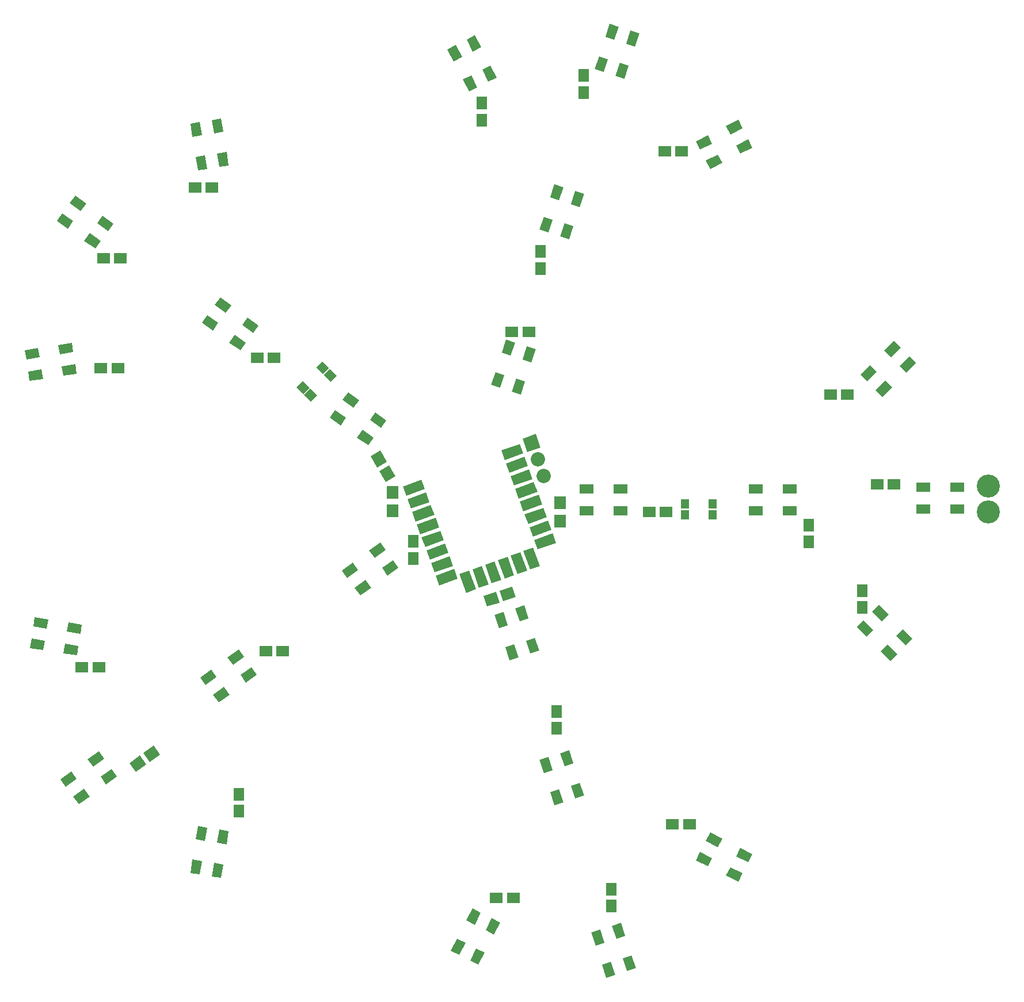
<source format=gts>
G04 #@! TF.FileFunction,Soldermask,Top*
%FSLAX46Y46*%
G04 Gerber Fmt 4.6, Leading zero omitted, Abs format (unit mm)*
G04 Created by KiCad (PCBNEW 4.0.7) date 11/25/17 11:04:04*
%MOMM*%
%LPD*%
G01*
G04 APERTURE LIST*
%ADD10C,0.100000*%
%ADD11C,3.399740*%
%ADD12R,2.000000X1.400000*%
%ADD13R,1.900000X1.650000*%
%ADD14R,1.650000X1.900000*%
%ADD15R,1.700000X1.900000*%
%ADD16R,1.300000X1.400000*%
%ADD17C,2.100000*%
G04 APERTURE END LIST*
D10*
G36*
X139206176Y-104310113D02*
X138693146Y-102900574D01*
X141418254Y-101908715D01*
X141931284Y-103318254D01*
X139206176Y-104310113D01*
X139206176Y-104310113D01*
G37*
G36*
X139890216Y-106189498D02*
X139377186Y-104779959D01*
X142102294Y-103788100D01*
X142615324Y-105197639D01*
X139890216Y-106189498D01*
X139890216Y-106189498D01*
G37*
G36*
X140574257Y-108068883D02*
X140061227Y-106659344D01*
X142786335Y-105667485D01*
X143299365Y-107077024D01*
X140574257Y-108068883D01*
X140574257Y-108068883D01*
G37*
G36*
X141258297Y-109948269D02*
X140745267Y-108538730D01*
X143470375Y-107546871D01*
X143983405Y-108956410D01*
X141258297Y-109948269D01*
X141258297Y-109948269D01*
G37*
G36*
X141942337Y-111827654D02*
X141429307Y-110418115D01*
X144154415Y-109426256D01*
X144667445Y-110835795D01*
X141942337Y-111827654D01*
X141942337Y-111827654D01*
G37*
G36*
X142626377Y-113707039D02*
X142113347Y-112297500D01*
X144838455Y-111305641D01*
X145351485Y-112715180D01*
X142626377Y-113707039D01*
X142626377Y-113707039D01*
G37*
G36*
X143310418Y-115586424D02*
X142797388Y-114176885D01*
X145522496Y-113185026D01*
X146035526Y-114594565D01*
X143310418Y-115586424D01*
X143310418Y-115586424D01*
G37*
G36*
X143994458Y-117465810D02*
X143481428Y-116056271D01*
X146206536Y-115064412D01*
X146719566Y-116473951D01*
X143994458Y-117465810D01*
X143994458Y-117465810D01*
G37*
G36*
X158465725Y-112198700D02*
X157952695Y-110789161D01*
X160677803Y-109797302D01*
X161190833Y-111206841D01*
X158465725Y-112198700D01*
X158465725Y-112198700D01*
G37*
G36*
X157781684Y-110319314D02*
X157268654Y-108909775D01*
X159993762Y-107917916D01*
X160506792Y-109327455D01*
X157781684Y-110319314D01*
X157781684Y-110319314D01*
G37*
G36*
X157097644Y-108439929D02*
X156584614Y-107030390D01*
X159309722Y-106038531D01*
X159822752Y-107448070D01*
X157097644Y-108439929D01*
X157097644Y-108439929D01*
G37*
G36*
X156413604Y-106560544D02*
X155900574Y-105151005D01*
X158625682Y-104159146D01*
X159138712Y-105568685D01*
X156413604Y-106560544D01*
X156413604Y-106560544D01*
G37*
G36*
X155729564Y-104681159D02*
X155216534Y-103271620D01*
X157941642Y-102279761D01*
X158454672Y-103689300D01*
X155729564Y-104681159D01*
X155729564Y-104681159D01*
G37*
G36*
X155045523Y-102801773D02*
X154532493Y-101392234D01*
X157257601Y-100400375D01*
X157770631Y-101809914D01*
X155045523Y-102801773D01*
X155045523Y-102801773D01*
G37*
G36*
X154361483Y-100922388D02*
X153848453Y-99512849D01*
X156573561Y-98520990D01*
X157086591Y-99930529D01*
X154361483Y-100922388D01*
X154361483Y-100922388D01*
G37*
G36*
X153677443Y-99043003D02*
X153164413Y-97633464D01*
X155889521Y-96641605D01*
X156402551Y-98051144D01*
X153677443Y-99043003D01*
X153677443Y-99043003D01*
G37*
G36*
X149410403Y-118048593D02*
X148000864Y-118561623D01*
X147009005Y-115836515D01*
X148418544Y-115323485D01*
X149410403Y-118048593D01*
X149410403Y-118048593D01*
G37*
G36*
X151289789Y-117364553D02*
X149880250Y-117877583D01*
X148888391Y-115152475D01*
X150297930Y-114639445D01*
X151289789Y-117364553D01*
X151289789Y-117364553D01*
G37*
G36*
X153169174Y-116680513D02*
X151759635Y-117193543D01*
X150767776Y-114468435D01*
X152177315Y-113955405D01*
X153169174Y-116680513D01*
X153169174Y-116680513D01*
G37*
G36*
X155048559Y-115996472D02*
X153639020Y-116509502D01*
X152647161Y-113784394D01*
X154056700Y-113271364D01*
X155048559Y-115996472D01*
X155048559Y-115996472D01*
G37*
G36*
X156927944Y-115312432D02*
X155518405Y-115825462D01*
X154526546Y-113100354D01*
X155936085Y-112587324D01*
X156927944Y-115312432D01*
X156927944Y-115312432D01*
G37*
G36*
X158807330Y-114628392D02*
X157397791Y-115141422D01*
X156405932Y-112416314D01*
X157815471Y-111903284D01*
X158807330Y-114628392D01*
X158807330Y-114628392D01*
G37*
D11*
X224790000Y-106680000D03*
X224790000Y-102870000D03*
D10*
G36*
X210115686Y-121772994D02*
X209125736Y-122762944D01*
X207711522Y-121348730D01*
X208701472Y-120358780D01*
X210115686Y-121772994D01*
X210115686Y-121772994D01*
G37*
G36*
X207852944Y-124035736D02*
X206862994Y-125025686D01*
X205448780Y-123611472D01*
X206438730Y-122621522D01*
X207852944Y-124035736D01*
X207852944Y-124035736D01*
G37*
G36*
X213651220Y-125308528D02*
X212661270Y-126298478D01*
X211247056Y-124884264D01*
X212237006Y-123894314D01*
X213651220Y-125308528D01*
X213651220Y-125308528D01*
G37*
G36*
X211388478Y-127571270D02*
X210398528Y-128561220D01*
X208984314Y-127147006D01*
X209974264Y-126157056D01*
X211388478Y-127571270D01*
X211388478Y-127571270D01*
G37*
D12*
X165648000Y-103302000D03*
X165648000Y-106502000D03*
X170648000Y-103302000D03*
X170648000Y-106502000D03*
X190540000Y-103302000D03*
X190540000Y-106502000D03*
X195540000Y-103302000D03*
X195540000Y-106502000D03*
X220178000Y-106248000D03*
X220178000Y-103048000D03*
X215178000Y-106248000D03*
X215178000Y-103048000D03*
D10*
G36*
X212745006Y-86163686D02*
X211755056Y-85173736D01*
X213169270Y-83759522D01*
X214159220Y-84749472D01*
X212745006Y-86163686D01*
X212745006Y-86163686D01*
G37*
G36*
X210482264Y-83900944D02*
X209492314Y-82910994D01*
X210906528Y-81496780D01*
X211896478Y-82486730D01*
X210482264Y-83900944D01*
X210482264Y-83900944D01*
G37*
G36*
X209209472Y-89699220D02*
X208219522Y-88709270D01*
X209633736Y-87295056D01*
X210623686Y-88285006D01*
X209209472Y-89699220D01*
X209209472Y-89699220D01*
G37*
G36*
X206946730Y-87436478D02*
X205956780Y-86446528D01*
X207370994Y-85032314D01*
X208360944Y-86022264D01*
X206946730Y-87436478D01*
X206946730Y-87436478D01*
G37*
G36*
X157590956Y-84628154D02*
X156259476Y-84195531D01*
X156877510Y-82293418D01*
X158208990Y-82726041D01*
X157590956Y-84628154D01*
X157590956Y-84628154D01*
G37*
G36*
X154547575Y-83639300D02*
X153216095Y-83206677D01*
X153834129Y-81304564D01*
X155165609Y-81737187D01*
X154547575Y-83639300D01*
X154547575Y-83639300D01*
G37*
G36*
X156045871Y-89383436D02*
X154714391Y-88950813D01*
X155332425Y-87048700D01*
X156663905Y-87481323D01*
X156045871Y-89383436D01*
X156045871Y-89383436D01*
G37*
G36*
X153002490Y-88394582D02*
X151671010Y-87961959D01*
X152289044Y-86059846D01*
X153620524Y-86492469D01*
X153002490Y-88394582D01*
X153002490Y-88394582D01*
G37*
G36*
X164702956Y-61768154D02*
X163371476Y-61335531D01*
X163989510Y-59433418D01*
X165320990Y-59866041D01*
X164702956Y-61768154D01*
X164702956Y-61768154D01*
G37*
G36*
X161659575Y-60779300D02*
X160328095Y-60346677D01*
X160946129Y-58444564D01*
X162277609Y-58877187D01*
X161659575Y-60779300D01*
X161659575Y-60779300D01*
G37*
G36*
X163157871Y-66523436D02*
X161826391Y-66090813D01*
X162444425Y-64188700D01*
X163775905Y-64621323D01*
X163157871Y-66523436D01*
X163157871Y-66523436D01*
G37*
G36*
X160114490Y-65534582D02*
X158783010Y-65101959D01*
X159401044Y-63199846D01*
X160732524Y-63632469D01*
X160114490Y-65534582D01*
X160114490Y-65534582D01*
G37*
G36*
X188308688Y-53946329D02*
X187673101Y-52698920D01*
X189455114Y-51790939D01*
X190090701Y-53038348D01*
X188308688Y-53946329D01*
X188308688Y-53946329D01*
G37*
G36*
X186855919Y-51095108D02*
X186220332Y-49847699D01*
X188002345Y-48939718D01*
X188637932Y-50187127D01*
X186855919Y-51095108D01*
X186855919Y-51095108D01*
G37*
G36*
X183853655Y-56216282D02*
X183218068Y-54968873D01*
X185000081Y-54060892D01*
X185635668Y-55308301D01*
X183853655Y-56216282D01*
X183853655Y-56216282D01*
G37*
G36*
X182400886Y-53365061D02*
X181765299Y-52117652D01*
X183547312Y-51209671D01*
X184182899Y-52457080D01*
X182400886Y-53365061D01*
X182400886Y-53365061D01*
G37*
G36*
X172830956Y-38146154D02*
X171499476Y-37713531D01*
X172117510Y-35811418D01*
X173448990Y-36244041D01*
X172830956Y-38146154D01*
X172830956Y-38146154D01*
G37*
G36*
X169787575Y-37157300D02*
X168456095Y-36724677D01*
X169074129Y-34822564D01*
X170405609Y-35255187D01*
X169787575Y-37157300D01*
X169787575Y-37157300D01*
G37*
G36*
X171285871Y-42901436D02*
X169954391Y-42468813D01*
X170572425Y-40566700D01*
X171903905Y-40999323D01*
X171285871Y-42901436D01*
X171285871Y-42901436D01*
G37*
G36*
X168242490Y-41912582D02*
X166911010Y-41479959D01*
X167529044Y-39577846D01*
X168860524Y-40010469D01*
X168242490Y-41912582D01*
X168242490Y-41912582D01*
G37*
G36*
X150212329Y-38259312D02*
X148964920Y-38894899D01*
X148056939Y-37112886D01*
X149304348Y-36477299D01*
X150212329Y-38259312D01*
X150212329Y-38259312D01*
G37*
G36*
X147361108Y-39712081D02*
X146113699Y-40347668D01*
X145205718Y-38565655D01*
X146453127Y-37930068D01*
X147361108Y-39712081D01*
X147361108Y-39712081D01*
G37*
G36*
X152482282Y-42714345D02*
X151234873Y-43349932D01*
X150326892Y-41567919D01*
X151574301Y-40932332D01*
X152482282Y-42714345D01*
X152482282Y-42714345D01*
G37*
G36*
X149631061Y-44167114D02*
X148383652Y-44802701D01*
X147475671Y-43020688D01*
X148723080Y-42385101D01*
X149631061Y-44167114D01*
X149631061Y-44167114D01*
G37*
G36*
X132218381Y-90221583D02*
X131395481Y-91354207D01*
X129777447Y-90178637D01*
X130600347Y-89046013D01*
X132218381Y-90221583D01*
X132218381Y-90221583D01*
G37*
G36*
X130337468Y-92810437D02*
X129514568Y-93943061D01*
X127896534Y-92767491D01*
X128719434Y-91634867D01*
X130337468Y-92810437D01*
X130337468Y-92810437D01*
G37*
G36*
X136263466Y-93160509D02*
X135440566Y-94293133D01*
X133822532Y-93117563D01*
X134645432Y-91984939D01*
X136263466Y-93160509D01*
X136263466Y-93160509D01*
G37*
G36*
X134382553Y-95749363D02*
X133559653Y-96881987D01*
X131941619Y-95706417D01*
X132764519Y-94573793D01*
X134382553Y-95749363D01*
X134382553Y-95749363D01*
G37*
G36*
X113422381Y-76251583D02*
X112599481Y-77384207D01*
X110981447Y-76208637D01*
X111804347Y-75076013D01*
X113422381Y-76251583D01*
X113422381Y-76251583D01*
G37*
G36*
X111541468Y-78840437D02*
X110718568Y-79973061D01*
X109100534Y-78797491D01*
X109923434Y-77664867D01*
X111541468Y-78840437D01*
X111541468Y-78840437D01*
G37*
G36*
X117467466Y-79190509D02*
X116644566Y-80323133D01*
X115026532Y-79147563D01*
X115849432Y-78014939D01*
X117467466Y-79190509D01*
X117467466Y-79190509D01*
G37*
G36*
X115586553Y-81779363D02*
X114763653Y-82911987D01*
X113145619Y-81736417D01*
X113968519Y-80603793D01*
X115586553Y-81779363D01*
X115586553Y-81779363D01*
G37*
G36*
X112273031Y-50736668D02*
X110890268Y-50955676D01*
X110577399Y-48980300D01*
X111960162Y-48761292D01*
X112273031Y-50736668D01*
X112273031Y-50736668D01*
G37*
G36*
X109112428Y-51237258D02*
X107729665Y-51456266D01*
X107416796Y-49480890D01*
X108799559Y-49261882D01*
X109112428Y-51237258D01*
X109112428Y-51237258D01*
G37*
G36*
X113055204Y-55675110D02*
X111672441Y-55894118D01*
X111359572Y-53918742D01*
X112742335Y-53699734D01*
X113055204Y-55675110D01*
X113055204Y-55675110D01*
G37*
G36*
X109894601Y-56175700D02*
X108511838Y-56394708D01*
X108198969Y-54419332D01*
X109581732Y-54200324D01*
X109894601Y-56175700D01*
X109894601Y-56175700D01*
G37*
G36*
X92086381Y-61265583D02*
X91263481Y-62398207D01*
X89645447Y-61222637D01*
X90468347Y-60090013D01*
X92086381Y-61265583D01*
X92086381Y-61265583D01*
G37*
G36*
X90205468Y-63854437D02*
X89382568Y-64987061D01*
X87764534Y-63811491D01*
X88587434Y-62678867D01*
X90205468Y-63854437D01*
X90205468Y-63854437D01*
G37*
G36*
X96131466Y-64204509D02*
X95308566Y-65337133D01*
X93690532Y-64161563D01*
X94513432Y-63028939D01*
X96131466Y-64204509D01*
X96131466Y-64204509D01*
G37*
G36*
X94250553Y-66793363D02*
X93427653Y-67925987D01*
X91809619Y-66750417D01*
X92632519Y-65617793D01*
X94250553Y-66793363D01*
X94250553Y-66793363D01*
G37*
G36*
X85026668Y-82544969D02*
X85245676Y-83927732D01*
X83270300Y-84240601D01*
X83051292Y-82857838D01*
X85026668Y-82544969D01*
X85026668Y-82544969D01*
G37*
G36*
X85527258Y-85705572D02*
X85746266Y-87088335D01*
X83770890Y-87401204D01*
X83551882Y-86018441D01*
X85527258Y-85705572D01*
X85527258Y-85705572D01*
G37*
G36*
X89965110Y-81762796D02*
X90184118Y-83145559D01*
X88208742Y-83458428D01*
X87989734Y-82075665D01*
X89965110Y-81762796D01*
X89965110Y-81762796D01*
G37*
G36*
X90465700Y-84923399D02*
X90684708Y-86306162D01*
X88709332Y-86619031D01*
X88490324Y-85236268D01*
X90465700Y-84923399D01*
X90465700Y-84923399D01*
G37*
G36*
X131292568Y-114082939D02*
X132115468Y-115215563D01*
X130497434Y-116391133D01*
X129674534Y-115258509D01*
X131292568Y-114082939D01*
X131292568Y-114082939D01*
G37*
G36*
X133173481Y-116671793D02*
X133996381Y-117804417D01*
X132378347Y-118979987D01*
X131555447Y-117847363D01*
X133173481Y-116671793D01*
X133173481Y-116671793D01*
G37*
G36*
X135337653Y-111144013D02*
X136160553Y-112276637D01*
X134542519Y-113452207D01*
X133719619Y-112319583D01*
X135337653Y-111144013D01*
X135337653Y-111144013D01*
G37*
G36*
X137218566Y-113732867D02*
X138041466Y-114865491D01*
X136423432Y-116041061D01*
X135600532Y-114908437D01*
X137218566Y-113732867D01*
X137218566Y-113732867D01*
G37*
G36*
X110464568Y-129830939D02*
X111287468Y-130963563D01*
X109669434Y-132139133D01*
X108846534Y-131006509D01*
X110464568Y-129830939D01*
X110464568Y-129830939D01*
G37*
G36*
X112345481Y-132419793D02*
X113168381Y-133552417D01*
X111550347Y-134727987D01*
X110727447Y-133595363D01*
X112345481Y-132419793D01*
X112345481Y-132419793D01*
G37*
G36*
X114509653Y-126892013D02*
X115332553Y-128024637D01*
X113714519Y-129200207D01*
X112891619Y-128067583D01*
X114509653Y-126892013D01*
X114509653Y-126892013D01*
G37*
G36*
X116390566Y-129480867D02*
X117213466Y-130613491D01*
X115595432Y-131789061D01*
X114772532Y-130656437D01*
X116390566Y-129480867D01*
X116390566Y-129480867D01*
G37*
G36*
X86508266Y-122461665D02*
X86289258Y-123844428D01*
X84313882Y-123531559D01*
X84532890Y-122148796D01*
X86508266Y-122461665D01*
X86508266Y-122461665D01*
G37*
G36*
X86007676Y-125622268D02*
X85788668Y-127005031D01*
X83813292Y-126692162D01*
X84032300Y-125309399D01*
X86007676Y-125622268D01*
X86007676Y-125622268D01*
G37*
G36*
X91446708Y-123243838D02*
X91227700Y-124626601D01*
X89252324Y-124313732D01*
X89471332Y-122930969D01*
X91446708Y-123243838D01*
X91446708Y-123243838D01*
G37*
G36*
X90946118Y-126404441D02*
X90727110Y-127787204D01*
X88751734Y-127474335D01*
X88970742Y-126091572D01*
X90946118Y-126404441D01*
X90946118Y-126404441D01*
G37*
G36*
X89890568Y-144816939D02*
X90713468Y-145949563D01*
X89095434Y-147125133D01*
X88272534Y-145992509D01*
X89890568Y-144816939D01*
X89890568Y-144816939D01*
G37*
G36*
X91771481Y-147405793D02*
X92594381Y-148538417D01*
X90976347Y-149713987D01*
X90153447Y-148581363D01*
X91771481Y-147405793D01*
X91771481Y-147405793D01*
G37*
G36*
X93935653Y-141878013D02*
X94758553Y-143010637D01*
X93140519Y-144186207D01*
X92317619Y-143053583D01*
X93935653Y-141878013D01*
X93935653Y-141878013D01*
G37*
G36*
X95816566Y-144466867D02*
X96639466Y-145599491D01*
X95021432Y-146775061D01*
X94198532Y-145642437D01*
X95816566Y-144466867D01*
X95816566Y-144466867D01*
G37*
G36*
X107729665Y-157839734D02*
X109112428Y-158058742D01*
X108799559Y-160034118D01*
X107416796Y-159815110D01*
X107729665Y-157839734D01*
X107729665Y-157839734D01*
G37*
G36*
X110890268Y-158340324D02*
X112273031Y-158559332D01*
X111960162Y-160534708D01*
X110577399Y-160315700D01*
X110890268Y-158340324D01*
X110890268Y-158340324D01*
G37*
G36*
X108511838Y-152901292D02*
X109894601Y-153120300D01*
X109581732Y-155095676D01*
X108198969Y-154876668D01*
X108511838Y-152901292D01*
X108511838Y-152901292D01*
G37*
G36*
X111672441Y-153401882D02*
X113055204Y-153620890D01*
X112742335Y-155596266D01*
X111359572Y-155377258D01*
X111672441Y-153401882D01*
X111672441Y-153401882D01*
G37*
G36*
X153724095Y-126597323D02*
X155055575Y-126164700D01*
X155673609Y-128066813D01*
X154342129Y-128499436D01*
X153724095Y-126597323D01*
X153724095Y-126597323D01*
G37*
G36*
X156767476Y-125608469D02*
X158098956Y-125175846D01*
X158716990Y-127077959D01*
X157385510Y-127510582D01*
X156767476Y-125608469D01*
X156767476Y-125608469D01*
G37*
G36*
X152179010Y-121842041D02*
X153510490Y-121409418D01*
X154128524Y-123311531D01*
X152797044Y-123744154D01*
X152179010Y-121842041D01*
X152179010Y-121842041D01*
G37*
G36*
X155222391Y-120853187D02*
X156553871Y-120420564D01*
X157171905Y-122322677D01*
X155840425Y-122755300D01*
X155222391Y-120853187D01*
X155222391Y-120853187D01*
G37*
G36*
X160328095Y-147933323D02*
X161659575Y-147500700D01*
X162277609Y-149402813D01*
X160946129Y-149835436D01*
X160328095Y-147933323D01*
X160328095Y-147933323D01*
G37*
G36*
X163371476Y-146944469D02*
X164702956Y-146511846D01*
X165320990Y-148413959D01*
X163989510Y-148846582D01*
X163371476Y-146944469D01*
X163371476Y-146944469D01*
G37*
G36*
X158783010Y-143178041D02*
X160114490Y-142745418D01*
X160732524Y-144647531D01*
X159401044Y-145080154D01*
X158783010Y-143178041D01*
X158783010Y-143178041D01*
G37*
G36*
X161826391Y-142189187D02*
X163157871Y-141756564D01*
X163775905Y-143658677D01*
X162444425Y-144091300D01*
X161826391Y-142189187D01*
X161826391Y-142189187D01*
G37*
G36*
X146621699Y-169456332D02*
X147869108Y-170091919D01*
X146961127Y-171873932D01*
X145713718Y-171238345D01*
X146621699Y-169456332D01*
X146621699Y-169456332D01*
G37*
G36*
X149472920Y-170909101D02*
X150720329Y-171544688D01*
X149812348Y-173326701D01*
X148564939Y-172691114D01*
X149472920Y-170909101D01*
X149472920Y-170909101D01*
G37*
G36*
X148891652Y-165001299D02*
X150139061Y-165636886D01*
X149231080Y-167418899D01*
X147983671Y-166783312D01*
X148891652Y-165001299D01*
X148891652Y-165001299D01*
G37*
G36*
X151742873Y-166454068D02*
X152990282Y-167089655D01*
X152082301Y-168871668D01*
X150834892Y-168236081D01*
X151742873Y-166454068D01*
X151742873Y-166454068D01*
G37*
G36*
X167948095Y-173333323D02*
X169279575Y-172900700D01*
X169897609Y-174802813D01*
X168566129Y-175235436D01*
X167948095Y-173333323D01*
X167948095Y-173333323D01*
G37*
G36*
X170991476Y-172344469D02*
X172322956Y-171911846D01*
X172940990Y-173813959D01*
X171609510Y-174246582D01*
X170991476Y-172344469D01*
X170991476Y-172344469D01*
G37*
G36*
X166403010Y-168578041D02*
X167734490Y-168145418D01*
X168352524Y-170047531D01*
X167021044Y-170480154D01*
X166403010Y-168578041D01*
X166403010Y-168578041D01*
G37*
G36*
X169446391Y-167589187D02*
X170777871Y-167156564D01*
X171395905Y-169058677D01*
X170064425Y-169491300D01*
X169446391Y-167589187D01*
X169446391Y-167589187D01*
G37*
G36*
X186220332Y-160210301D02*
X186855919Y-158962892D01*
X188637932Y-159870873D01*
X188002345Y-161118282D01*
X186220332Y-160210301D01*
X186220332Y-160210301D01*
G37*
G36*
X187673101Y-157359080D02*
X188308688Y-156111671D01*
X190090701Y-157019652D01*
X189455114Y-158267061D01*
X187673101Y-157359080D01*
X187673101Y-157359080D01*
G37*
G36*
X181765299Y-157940348D02*
X182400886Y-156692939D01*
X184182899Y-157600920D01*
X183547312Y-158848329D01*
X181765299Y-157940348D01*
X181765299Y-157940348D01*
G37*
G36*
X183218068Y-155089127D02*
X183853655Y-153841718D01*
X185635668Y-154749699D01*
X185000081Y-155997108D01*
X183218068Y-155089127D01*
X183218068Y-155089127D01*
G37*
D13*
X152420000Y-163449000D03*
X154920000Y-163449000D03*
D14*
X169291000Y-164699000D03*
X169291000Y-162199000D03*
X161290000Y-138537000D03*
X161290000Y-136037000D03*
D10*
G36*
X154745386Y-117661541D02*
X155255264Y-119230784D01*
X153448256Y-119817917D01*
X152938378Y-118248674D01*
X154745386Y-117661541D01*
X154745386Y-117661541D01*
G37*
G36*
X152367744Y-118434083D02*
X152877622Y-120003326D01*
X151070614Y-120590459D01*
X150560736Y-119021216D01*
X152367744Y-118434083D01*
X152367744Y-118434083D01*
G37*
D14*
X114554000Y-150729000D03*
X114554000Y-148229000D03*
D10*
G36*
X99416086Y-144962567D02*
X98446240Y-143627689D01*
X99983372Y-142510897D01*
X100953218Y-143845775D01*
X99416086Y-144962567D01*
X99416086Y-144962567D01*
G37*
G36*
X101438628Y-143493103D02*
X100468782Y-142158225D01*
X102005914Y-141041433D01*
X102975760Y-142376311D01*
X101438628Y-143493103D01*
X101438628Y-143493103D01*
G37*
D13*
X91460000Y-129540000D03*
X93960000Y-129540000D03*
X118511000Y-127127000D03*
X121011000Y-127127000D03*
X180828000Y-152654000D03*
X178328000Y-152654000D03*
D14*
X140208000Y-113518000D03*
X140208000Y-111018000D03*
D10*
G36*
X133948529Y-98456244D02*
X135377471Y-97631244D01*
X136327471Y-99276692D01*
X134898529Y-100101692D01*
X133948529Y-98456244D01*
X133948529Y-98456244D01*
G37*
G36*
X135198529Y-100621308D02*
X136627471Y-99796308D01*
X137577471Y-101441756D01*
X136148529Y-102266756D01*
X135198529Y-100621308D01*
X135198529Y-100621308D01*
G37*
D13*
X117241000Y-83947000D03*
X119741000Y-83947000D03*
X94635000Y-69342000D03*
X97135000Y-69342000D03*
X94254000Y-85471000D03*
X96754000Y-85471000D03*
X108097000Y-58928000D03*
X110597000Y-58928000D03*
D14*
X150241000Y-46502000D03*
X150241000Y-49002000D03*
X165227000Y-42438000D03*
X165227000Y-44938000D03*
D13*
X179685000Y-53594000D03*
X177185000Y-53594000D03*
X174899000Y-106680000D03*
X177399000Y-106680000D03*
D14*
X198374000Y-108605000D03*
X198374000Y-111105000D03*
D13*
X204069000Y-89408000D03*
X201569000Y-89408000D03*
D14*
X206248000Y-120757000D03*
X206248000Y-118257000D03*
D13*
X154706000Y-80137000D03*
X157206000Y-80137000D03*
D14*
X158877000Y-68346000D03*
X158877000Y-70846000D03*
D13*
X210927000Y-102616000D03*
X208427000Y-102616000D03*
D15*
X137160000Y-103806000D03*
X137160000Y-106506000D03*
X161798000Y-108030000D03*
X161798000Y-105330000D03*
D10*
G36*
X124004101Y-89277977D02*
X123014152Y-88288028D01*
X123933391Y-87368789D01*
X124923340Y-88358738D01*
X124004101Y-89277977D01*
X124004101Y-89277977D01*
G37*
G36*
X125135472Y-90409348D02*
X124145523Y-89419399D01*
X125064762Y-88500160D01*
X126054711Y-89490109D01*
X125135472Y-90409348D01*
X125135472Y-90409348D01*
G37*
G36*
X126903238Y-86378840D02*
X125913289Y-85388891D01*
X126832528Y-84469652D01*
X127822477Y-85459601D01*
X126903238Y-86378840D01*
X126903238Y-86378840D01*
G37*
G36*
X128034609Y-87510211D02*
X127044660Y-86520262D01*
X127963899Y-85601023D01*
X128953848Y-86590972D01*
X128034609Y-87510211D01*
X128034609Y-87510211D01*
G37*
D16*
X180131500Y-105499000D03*
X180131500Y-107099000D03*
X184231500Y-105499000D03*
X184231500Y-107099000D03*
D10*
G36*
X156979444Y-97865798D02*
X156261202Y-95892444D01*
X158234556Y-95174202D01*
X158952798Y-97147556D01*
X156979444Y-97865798D01*
X156979444Y-97865798D01*
G37*
D17*
X158475731Y-98906819D02*
X158475731Y-98906819D01*
X159344462Y-101293639D02*
X159344462Y-101293639D01*
M02*

</source>
